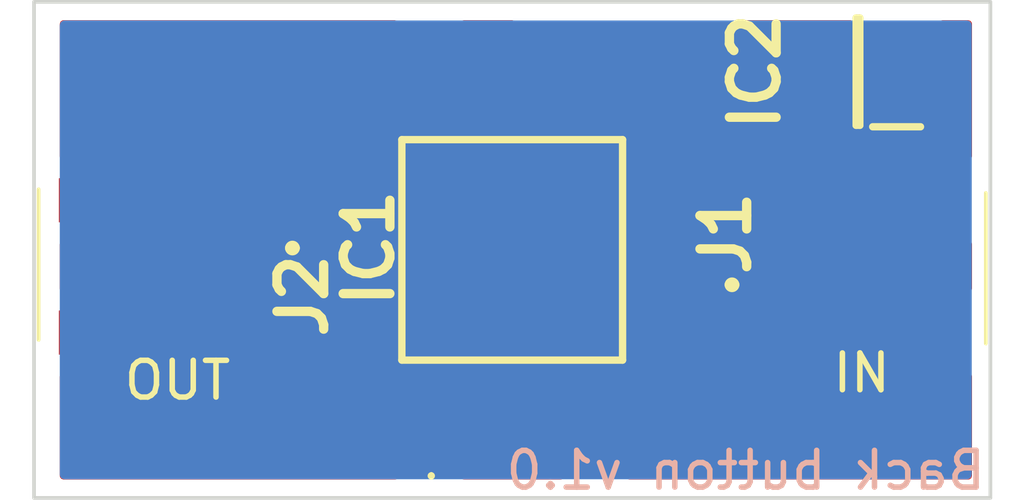
<source format=kicad_pcb>
(kicad_pcb (version 20211014) (generator pcbnew)
  (layers (0 "F.Cu" signal) (31 "B.Cu" signal) (34 "B.Paste" user) (35 "F.Paste" user) (36 "B.SilkS" user "B.Silkscreen") (37 "F.SilkS" user "F.Silkscreen") (38 "B.Mask" user) (39 "F.Mask" user) (44 "Edge.Cuts" user))
  (net 0 "")
  (net 6 "Net-(IC1-Pad3)")
  (net 7 "Net-(IC1-Pad4)")
  (net 8 "Net-(IC2-Pad1)")
  (footprint "libraryloadernew:2023960207" (layer "F.Cu") (at 49.6 45.65 -90)
    (fp_text reference locked "J2" (at 0.85 -3.7 -90) (layer "F.SilkS") (effects (font (size 1.27 1.27) (thickness 0.254))))
    (fp_text value "202396-0207" hide)
    (fp_line (start -0.45 -3.375) (end -0.45 -3.375) (layer "F.SilkS") (width 0.3))
    (fp_line (start -2.05 3.475) (end 2.05 3.475) (layer "F.SilkS") (width 0.1))
    (fp_line (start -0.45 -3.475) (end -0.45 -3.475) (layer "F.SilkS") (width 0.3))
    (fp_arc (start -0.45 -3.375) (mid -0.5 -3.425) (end -0.45 -3.475) (layer "F.SilkS") (width 0.3))
    (fp_arc (start -0.45 -3.475) (mid -0.4 -3.425) (end -0.45 -3.375) (layer "F.SilkS") (width 0.3))
    (pad "1" smd rect locked (at -0.45 -1.875 270) (size 0.6 1.5) (layers "F.Cu" "F.Paste" "F.Mask") (net 8 "Net-(IC2-Pad1)"))
    (pad "2" smd rect locked (at 0.55 -1.875 270) (size 0.6 1.5) (layers "F.Cu" "F.Paste" "F.Mask") (net 7 "Net-(IC1-Pad4)"))
    (pad "MP1" smd rect locked (at 1.85 2.025 270) (size 1.2 1.8) (layers "F.Cu" "F.Paste" "F.Mask"))
    (pad "MP2" smd rect locked (at -1.75 2.025 270) (size 1.2 1.8) (layers "F.Cu" "F.Paste" "F.Mask"))
  )
  (footprint "libraryloadernew:2023960207" (layer "F.Cu") (at 68.4 45.75 90)
    (fp_text reference "J1" (at 0.95 -3.6 90) (layer "F.SilkS") (effects (font (size 1.27 1.27) (thickness 0.254))))
    (fp_text value "202396-0207" hide)
    (fp_line (start -0.45 -3.475) (end -0.45 -3.475) (layer "F.SilkS") (width 0.3))
    (fp_line (start -0.45 -3.375) (end -0.45 -3.375) (layer "F.SilkS") (width 0.3))
    (fp_line (start -2.05 3.475) (end 2.05 3.475) (layer "F.SilkS") (width 0.1))
    (fp_arc (start -0.45 -3.375) (mid -0.5 -3.425) (end -0.45 -3.475) (layer "F.SilkS") (width 0.3))
    (fp_arc (start -0.45 -3.475) (mid -0.4 -3.425) (end -0.45 -3.375) (layer "F.SilkS") (width 0.3))
    (pad "1" smd rect locked (at -0.45 -1.875 90) (size 0.6 1.5) (layers "F.Cu" "F.Paste" "F.Mask") (net 7 "Net-(IC1-Pad4)"))
    (pad "2" smd rect locked (at 0.55 -1.875 90) (size 0.6 1.5) (layers "F.Cu" "F.Paste" "F.Mask") (net 8 "Net-(IC2-Pad1)"))
    (pad "MP1" smd rect locked (at 1.85 2.025 90) (size 1.2 1.8) (layers "F.Cu" "F.Paste" "F.Mask"))
    (pad "MP2" smd rect locked (at -1.75 2.025 90) (size 1.2 1.8) (layers "F.Cu" "F.Paste" "F.Mask"))
  )
  (footprint "libraryloadernew:TS046673BK160SMT" (layer "F.Cu") (at 59 45.25 90)
    (fp_text reference "IC1" (at 0.05 -3.9 270) (layer "F.SilkS") (effects (font (size 1.27 1.27) (thickness 0.254))))
    (fp_text value "TS04-66-73-BK-260-SMT" hide)
    (fp_line (start -6.2 -2.2) (end -6.2 -2.2) (layer "F.SilkS") (width 0.1))
    (fp_line (start -3 3) (end -3 -3) (layer "F.SilkS") (width 0.2))
    (fp_line (start -6.1 -2.2) (end -6.1 -2.2) (layer "F.SilkS") (width 0.1))
    (fp_line (start -3 -3) (end 3 -3) (layer "F.SilkS") (width 0.2))
    (fp_line (start 3 -3) (end 3 3) (layer "F.SilkS") (width 0.2))
    (fp_line (start 3 3) (end -3 3) (layer "F.SilkS") (width 0.2))
    (fp_arc (start -6.2 -2.2) (mid -6.15 -2.25) (end -6.1 -2.2) (layer "F.SilkS") (width 0.1))
    (fp_arc (start -6.1 -2.2) (mid -6.15 -2.15) (end -6.2 -2.2) (layer "F.SilkS") (width 0.1))
    (pad "1" smd rect locked (at -4.55 -2.25 180) (size 1.4 2.1) (layers "F.Cu" "F.Paste" "F.Mask"))
    (pad "2" smd rect locked (at -4.55 2.25 180) (size 1.4 2.1) (layers "F.Cu" "F.Paste" "F.Mask"))
    (pad "3" smd rect locked (at 4.55 -2.25 180) (size 1.4 2.1) (layers "F.Cu" "F.Paste" "F.Mask") (net 6 "Net-(IC1-Pad3)"))
    (pad "4" smd rect locked (at 4.55 2.25 180) (size 1.4 2.1) (layers "F.Cu" "F.Paste" "F.Mask") (net 7 "Net-(IC1-Pad4)"))
  )
  (footprint "libraryloadernew:SOT95P237X112-3N" (layer "F.Cu") (at 68.4 40.4 180)
    (fp_text reference "IC2" (at 2.8 0 270) (layer "F.SilkS") (effects (font (size 1.27 1.27) (thickness 0.254))))
    (fp_text value "DS28E05R+T" hide)
    (fp_line (start -1.7 -1.5) (end -0.4 -1.5) (layer "F.SilkS") (width 0.2))
    (fp_line (start 0.05 1.46) (end -0.05 1.46) (layer "F.SilkS") (width 0.2))
    (fp_line (start 0.05 -1.46) (end 0.05 1.46) (layer "F.SilkS") (width 0.2))
    (fp_line (start -0.05 1.46) (end -0.05 -1.46) (layer "F.SilkS") (width 0.2))
    (fp_line (start -0.05 -1.46) (end 0.05 -1.46) (layer "F.SilkS") (width 0.2))
    (pad "1" smd rect locked (at -1.05 -0.95 270) (size 0.6 1.3) (layers "F.Cu" "F.Paste" "F.Mask") (net 8 "Net-(IC2-Pad1)"))
    (pad "2" smd rect locked (at -1.05 0.95 270) (size 0.6 1.3) (layers "F.Cu" "F.Paste" "F.Mask"))
    (pad "3" smd rect locked (at 1.05 0 270) (size 0.6 1.3) (layers "F.Cu" "F.Paste" "F.Mask") (net 6 "Net-(IC1-Pad3)"))
  )
  (gr_rect (start 46 38.5) (end 72 52) (layer "Edge.Cuts") (width 0.1) (fill none))
  (gr_text "Back button v1.0" (at 58.75 51.25) (layer "B.SilkS") (effects (font (size 1 1)) (justify right mirror)))
  (gr_text "OUT" (at 49.9 48.8) (layer "F.SilkS") (effects (font (size 1 1))))
  (gr_text "IN" (at 68.5 48.6) (layer "F.SilkS") (effects (font (size 1 1))))
  (segment (start 64.525489 39.325489) (end 59.874511 39.325489) (width 0.35) (layer "F.Cu") (net 6))
  (segment (start 58.5 40.7) (end 56.75 40.7) (width 0.35) (layer "F.Cu") (net 6))
  (segment (start 59.874511 39.325489) (end 58.5 40.7) (width 0.35) (layer "F.Cu") (net 6))
  (segment (start 67.35 40.4) (end 65.6 40.4) (width 0.35) (layer "F.Cu") (net 6))
  (segment (start 65.6 40.4) (end 64.525489 39.325489) (width 0.35) (layer "F.Cu") (net 6))
  (segment (start 61.25 43.65) (end 50.45 43.65) (width 0.35) (layer "F.Cu") (net 7))
  (segment (start 50.45 43.65) (end 49.9 44.2) (width 0.35) (layer "F.Cu") (net 7))
  (segment (start 49.9 44.2) (end 49.9 45.9) (width 0.35) (layer "F.Cu") (net 7))
  (segment (start 50.2 46.2) (end 51.475 46.2) (width 0.35) (layer "F.Cu") (net 7))
  (segment (start 49.9 45.9) (end 50.2 46.2) (width 0.35) (layer "F.Cu") (net 7))
  (segment (start 63.8 46.2) (end 61.25 43.65) (width 0.35) (layer "F.Cu") (net 7))
  (segment (start 66.525 46.2) (end 63.8 46.2) (width 0.35) (layer "F.Cu") (net 7))
  (segment (start 61.25 43.65) (end 61.25 40.7) (width 0.35) (layer "F.Cu") (net 7))
  (segment (start 68 47.1) (end 57.9 47.1) (width 0.35) (layer "F.Cu") (net 8))
  (segment (start 57.9 47.1) (end 56 45.2) (width 0.35) (layer "F.Cu") (net 8))
  (segment (start 56 45.2) (end 51.475 45.2) (width 0.35) (layer "F.Cu") (net 8))
  (segment (start 68.5 45.8) (end 68.5 46.6) (width 0.35) (layer "F.Cu") (net 8))
  (segment (start 66.525 45.2) (end 67.9 45.2) (width 0.35) (layer "F.Cu") (net 8))
  (segment (start 68.05 41.35) (end 69.45 41.35) (width 0.35) (layer "F.Cu") (net 8))
  (segment (start 66.525 42.875) (end 68.05 41.35) (width 0.35) (layer "F.Cu") (net 8))
  (segment (start 68.5 46.6) (end 68 47.1) (width 0.35) (layer "F.Cu") (net 8))
  (segment (start 67.9 45.2) (end 68.5 45.8) (width 0.35) (layer "F.Cu") (net 8))
  (segment (start 66.525 45.2) (end 66.525 42.875) (width 0.35) (layer "F.Cu") (net 8))
  (zone (net 8) (net_name "Net-(IC2-Pad1)") (layer "F.Cu") (priority 16962) (connect_pads yes (clearance 0)) (min_thickness 0.0254) (fill yes (thermal_gap 0.508) (thermal_bridge_width 0.508))
    (polygon (pts (xy 52.672397 45.025) (xy 52.60689 45.024437) (xy 52.549993 45.022576) (xy 52.500109 45.01916) (xy 52.455642 45.01393) (xy 52.414994 45.006628) (xy 52.376569 44.996996) (xy 52.33877 44.984775) (xy 52.3 44.969707) (xy 52.258663 44.951535) (xy 52.213163 44.93) (xy 51.932397 45.2) (xy 52.213163 45.47) (xy 52.258663 45.448464) (xy 52.3 45.430292) (xy 52.33877 45.415224) (xy 52.376569 45.403003) (xy 52.414994 45.393371) (xy 52.455642 45.386069) (xy 52.500109 45.380839) (xy 52.549993 45.377423) (xy 52.60689 45.375562) (xy 52.672397 45.375)))
  )
  (zone (net 8) (net_name "Net-(IC2-Pad1)") (layer "F.Cu") (priority 16962) (connect_pads yes (clearance 0)) (min_thickness 0.0254) (fill yes (thermal_gap 0.508) (thermal_bridge_width 0.508))
    (polygon (pts (xy 68.352604 41.525) (xy 68.41811 41.525562) (xy 68.475007 41.527423) (xy 68.524891 41.530839) (xy 68.569358 41.536069) (xy 68.610006 41.543371) (xy 68.648431 41.553003) (xy 68.68623 41.565224) (xy 68.725 41.580292) (xy 68.766337 41.598464) (xy 68.811838 41.62) (xy 69.092604 41.35) (xy 68.811838 41.08) (xy 68.766337 41.101535) (xy 68.725 41.119707) (xy 68.68623 41.134775) (xy 68.648431 41.146996) (xy 68.610006 41.156628) (xy 68.569358 41.16393) (xy 68.524891 41.16916) (xy 68.475007 41.172576) (xy 68.41811 41.174437) (xy 68.352604 41.175)))
  )
  (zone (net 8) (net_name "Net-(IC2-Pad1)") (layer "F.Cu") (priority 16962) (connect_pads yes (clearance 0)) (min_thickness 0.0254) (fill yes (thermal_gap 0.508) (thermal_bridge_width 0.508))
    (polygon (pts (xy 67.713734 45.025) (xy 67.648227 45.024437) (xy 67.59133 45.022576) (xy 67.541446 45.01916) (xy 67.496979 45.01393) (xy 67.456331 45.006628) (xy 67.417906 44.996996) (xy 67.380107 44.984775) (xy 67.341337 44.969707) (xy 67.3 44.951535) (xy 67.2545 44.93) (xy 66.973734 45.2) (xy 67.2545 45.47) (xy 67.3 45.448464) (xy 67.341337 45.430292) (xy 67.380107 45.415224) (xy 67.417906 45.403003) (xy 67.456331 45.393371) (xy 67.496979 45.386069) (xy 67.541446 45.380839) (xy 67.59133 45.377423) (xy 67.648227 45.375562) (xy 67.713734 45.375)))
  )
  (zone (net 6) (net_name "Net-(IC1-Pad3)") (layer "F.Cu") (priority 16962) (connect_pads yes (clearance 0)) (min_thickness 0.0254) (fill yes (thermal_gap 0.508) (thermal_bridge_width 0.508))
    (polygon (pts (xy 66.252604 40.575) (xy 66.31811 40.575562) (xy 66.375007 40.577423) (xy 66.424891 40.580839) (xy 66.469358 40.586069) (xy 66.510006 40.593371) (xy 66.548431 40.603003) (xy 66.58623 40.615224) (xy 66.625 40.630292) (xy 66.666337 40.648464) (xy 66.711838 40.67) (xy 66.992604 40.4) (xy 66.711838 40.13) (xy 66.666337 40.151535) (xy 66.625 40.169707) (xy 66.58623 40.184775) (xy 66.548431 40.196996) (xy 66.510006 40.206628) (xy 66.469358 40.21393) (xy 66.424891 40.21916) (xy 66.375007 40.222576) (xy 66.31811 40.224437) (xy 66.252604 40.225)))
  )
  (zone (net 0) (net_name "") (layer "F.Cu") (connect_pads (clearance 0.5)) (min_thickness 0.2) (fill yes (thermal_gap 0.508) (thermal_bridge_width 0.508))
    (polygon (pts (xy 71.5 51.5) (xy 46.7 51.5) (xy 46.7 39) (xy 71.5 39)))
  )
  (zone (net 6) (net_name "Net-(IC1-Pad3)") (layer "F.Cu") (priority 16962) (connect_pads yes (clearance 0)) (min_thickness 0.0254) (fill yes (thermal_gap 0.508) (thermal_bridge_width 0.508))
    (polygon (pts (xy 58.490967 40.525) (xy 58.330042 40.518259) (xy 58.19631 40.499012) (xy 58.083945 40.468717) (xy 57.987117 40.428836) (xy 57.9 40.380828) (xy 57.816765 40.326154) (xy 57.731584 40.266274) (xy 57.638629 40.202648) (xy 57.532073 40.136736) (xy 57.406089 40.07) (xy 56.750967 40.7) (xy 57.406089 41.33) (xy 57.532073 41.263263) (xy 57.638629 41.197351) (xy 57.731584 41.133725) (xy 57.816765 41.073845) (xy 57.9 41.019171) (xy 57.987117 40.971163) (xy 58.083945 40.931282) (xy 58.19631 40.900987) (xy 58.330042 40.88174) (xy 58.490967 40.875)))
  )
  (zone (net 7) (net_name "Net-(IC1-Pad4)") (layer "F.Cu") (priority 16962) (connect_pads yes (clearance 0)) (min_thickness 0.0254) (fill yes (thermal_gap 0.508) (thermal_bridge_width 0.508))
    (polygon (pts (xy 61.425 42.807022) (xy 61.43174 42.646097) (xy 61.450987 42.512365) (xy 61.481282 42.4) (xy 61.521163 42.303172) (xy 61.569171 42.216055) (xy 61.623845 42.13282) (xy 61.683725 42.047639) (xy 61.747351 41.954684) (xy 61.813263 41.848128) (xy 61.88 41.722144) (xy 61.25 41.067022) (xy 60.62 41.722144) (xy 60.686736 41.848128) (xy 60.752648 41.954684) (xy 60.816274 42.047639) (xy 60.876154 42.13282) (xy 60.930828 42.216055) (xy 60.978836 42.303172) (xy 61.018717 42.4) (xy 61.049012 42.512365) (xy 61.068259 42.646097) (xy 61.075 42.807022)))
  )
  (zone (net 7) (net_name "Net-(IC1-Pad4)") (layer "F.Cu") (priority 16962) (connect_pads yes (clearance 0)) (min_thickness 0.0254) (fill yes (thermal_gap 0.508) (thermal_bridge_width 0.508))
    (polygon (pts (xy 50.277604 46.375) (xy 50.34311 46.375562) (xy 50.400007 46.377423) (xy 50.449891 46.380839) (xy 50.494358 46.386069) (xy 50.535006 46.393371) (xy 50.573431 46.403003) (xy 50.61123 46.415224) (xy 50.65 46.430292) (xy 50.691337 46.448464) (xy 50.736838 46.47) (xy 51.017604 46.2) (xy 50.736838 45.93) (xy 50.691337 45.951535) (xy 50.65 45.969707) (xy 50.61123 45.984775) (xy 50.573431 45.996996) (xy 50.535006 46.006628) (xy 50.494358 46.01393) (xy 50.449891 46.01916) (xy 50.400007 46.022576) (xy 50.34311 46.024437) (xy 50.277604 46.025)))
  )
  (zone (net 7) (net_name "Net-(IC1-Pad4)") (layer "F.Cu") (priority 12) (connect_pads yes (clearance 0)) (min_thickness 0.0258) (fill yes (thermal_gap 0.0258) (thermal_bridge_width 0.0258) (island_removal_mode 1) (island_area_min 0))
    (polygon (pts (xy 61.36 42.75) (xy 61.36 43.71) (xy 60.21 43.71) (xy 60.23 43.49) (xy 60.58 43.46) (xy 60.73 43.43) (xy 60.86 43.38) (xy 60.92 43.33) (xy 60.99 43.23) (xy 61.03 43.14) (xy 61.05 43.03) (xy 61.07 42.85) (xy 61.08 42.64)))
  )
  (zone (net 7) (net_name "Net-(IC1-Pad4)") (layer "F.Cu") (priority 16962) (connect_pads yes (clearance 0)) (min_thickness 0.0254) (fill yes (thermal_gap 0.508) (thermal_bridge_width 0.508))
    (polygon (pts (xy 65.336267 46.375) (xy 65.401773 46.375562) (xy 65.45867 46.377423) (xy 65.508554 46.380839) (xy 65.553021 46.386069) (xy 65.593669 46.393371) (xy 65.632094 46.403003) (xy 65.669893 46.415224) (xy 65.708663 46.430292) (xy 65.75 46.448464) (xy 65.795501 46.47) (xy 66.076267 46.2) (xy 65.795501 45.93) (xy 65.75 45.951535) (xy 65.708663 45.969707) (xy 65.669893 45.984775) (xy 65.632094 45.996996) (xy 65.593669 46.006628) (xy 65.553021 46.01393) (xy 65.508554 46.01916) (xy 65.45867 46.022576) (xy 65.401773 46.024437) (xy 65.336267 46.025)))
  )
  (zone (net 8) (net_name "Net-(IC2-Pad1)") (layer "F.Cu") (priority 16962) (connect_pads yes (clearance 0)) (min_thickness 0.0254) (fill yes (thermal_gap 0.508) (thermal_bridge_width 0.508))
    (polygon (pts (xy 66.35 44.467598) (xy 66.349437 44.533104) (xy 66.347576 44.590001) (xy 66.34416 44.639885) (xy 66.33893 44.684352) (xy 66.331628 44.725) (xy 66.321996 44.763425) (xy 66.309775 44.801224) (xy 66.294707 44.839994) (xy 66.276535 44.881331) (xy 66.255 44.926832) (xy 66.525 45.207598) (xy 66.795 44.926832) (xy 66.773464 44.881331) (xy 66.755292 44.839994) (xy 66.740224 44.801224) (xy 66.728003 44.763425) (xy 66.718371 44.725) (xy 66.711069 44.684352) (xy 66.705839 44.639885) (xy 66.702423 44.590001) (xy 66.700562 44.533104) (xy 66.7 44.467598)))
  )
  (zone (net 0) (net_name "") (layer "B.Cu") (connect_pads (clearance 0.508)) (min_thickness 0.254) (fill yes (thermal_gap 0.508) (thermal_bridge_width 0.508))
    (polygon (pts (xy 71.5 51.5) (xy 46.7 51.5) (xy 46.7 39) (xy 71.5 39)))
  )
)
</source>
